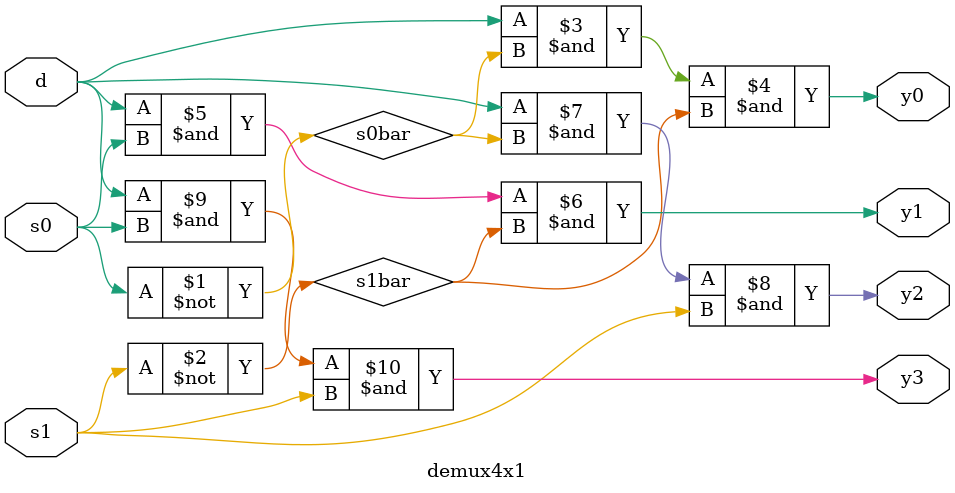
<source format=v>
module demux4x1(d,s1,s0,y0,y1,y2,y3);
  input d,s1,s0;
  output y0,y1,y2,y3;
 assign s0bar=~s0;
 assign s1bar=~s1;
 assign y0=d & s0bar & s1bar;
 assign y1=d & s0 & s1bar ;
 assign y2=d & s0bar & s1 ;
 assign y3=d & s0 & s1 ;
endmodule

</source>
